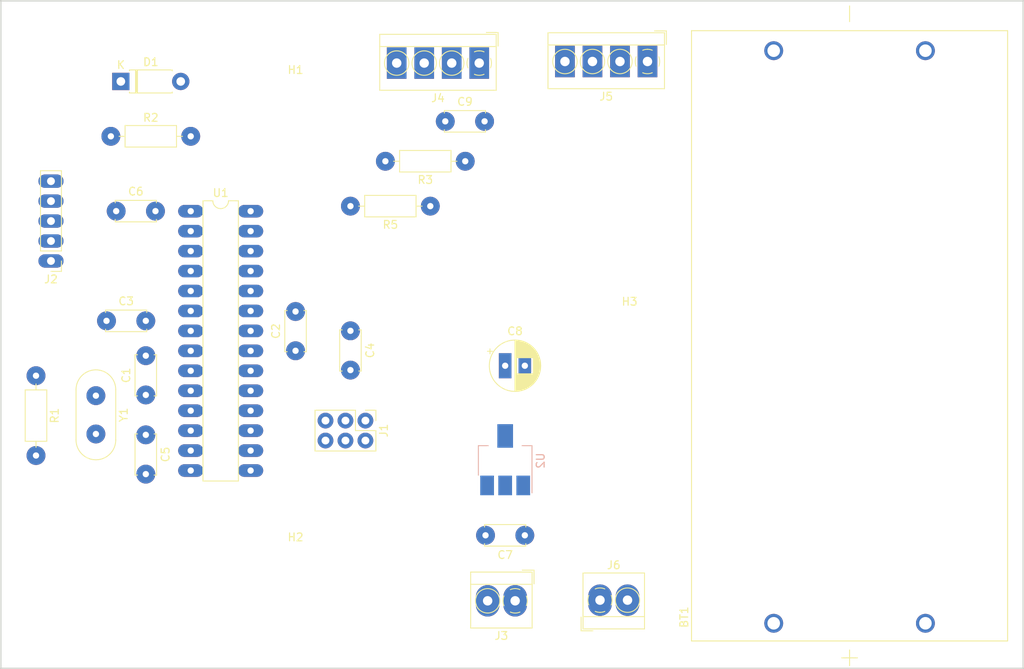
<source format=kicad_pcb>
(kicad_pcb (version 20211014) (generator pcbnew)
  (layers (0 "F.Cu" signal "cobre frontal") (31 "B.Cu" signal "Cobre traseira") (34 "B.Paste" user "Pasta traseira") (35 "F.Paste" user "Pasta frontal") (36 "B.SilkS" user "Serigrafia traseira") (37 "F.SilkS" user "Serigrafia frontal") (38 "B.Mask" user "Máscara traseira") (39 "F.Mask" user "Máscara frontal") (44 "Edge.Cuts" user "Cortes contorno"))
  (net 0 "")
  (net 14 "GND")
  (net 15 "Net-(C2-Pad1)")
  (net 16 "XTAL1")
  (net 17 "+3V3")
  (net 18 "XTAL2")
  (net 19 "Net-(C6-Pad1)")
  (net 20 "RST")
  (net 21 "MISO")
  (net 22 "SCK")
  (net 23 "MOSI")
  (net 24 "TX")
  (net 25 "RX")
  (net 26 "+BATT")
  (net 27 "SCL")
  (net 28 "SDA")
  (net 29 "Net-(C7-Pad2)")
  (footprint "TerminalBlock_4Ucon:TerminalBlock_4Ucon_1x02_P3.50mm_Horizontal" (layer "F.Cu") (at 153.67 125.73)
    (fp_text reference "J6" (at 1.75 -4.46) (layer "F.SilkS"))
    (fp_text value "Carregador")
    (fp_line (start -2.16 2.1) (end 5.66 2.1) (layer "F.SilkS") (width 0.12))
    (fp_line (start -2.16 -3.46) (end -2.16 3.66) (layer "F.SilkS") (width 0.12))
    (fp_line (start -2.16 -3.46) (end 5.66 -3.46) (layer "F.SilkS") (width 0.12))
    (fp_line (start 5.66 -3.46) (end 5.66 3.66) (layer "F.SilkS") (width 0.12))
    (fp_line (start -2.4 2.16) (end -2.4 3.9) (layer "F.SilkS") (width 0.12))
    (fp_line (start -2.16 3.66) (end 5.66 3.66) (layer "F.SilkS") (width 0.12))
    (fp_line (start -2.4 3.9) (end -0.9 3.9) (layer "F.SilkS") (width 0.12))
    (fp_arc (start -1.432109 0.607742) (mid -1.555727 -0.00014) (end -1.432 -0.608) (layer "F.SilkS") (width 0.12))
    (fp_arc (start 0.027011 1.555493) (mid -0.296984 1.527118) (end -0.608 1.432) (layer "F.SilkS") (width 0.12))
    (fp_arc (start -0.607742 -1.432109) (mid 0.00014 -1.555727) (end 0.608 -1.432) (layer "F.SilkS") (width 0.12))
    (fp_arc (start 0.607587 1.431385) (mid 0.310017 1.523783) (end 0 1.555) (layer "F.SilkS") (width 0.12))
    (fp_arc (start 1.432109 -0.607742) (mid 1.555727 0.00014) (end 1.432 0.608) (layer "F.SilkS") (width 0.12))
    (fp_circle (center 3.5 0) (end 5.055 0) (layer "F.SilkS") (width 0.12) (fill none))
    (pad "1" thru_hole oval (at 0 0) (size 3 4) (drill 1.2) (layers *.Cu *.Mask) (net 26 "+BATT"))
    (pad "2" thru_hole oval (at 3.5 0) (size 3 4) (drill 1.2) (layers *.Cu *.Mask) (net 14 "GND"))
  )
  (footprint "Capacitor_THT:CP_Radial_D6.3mm_P2.50mm" (layer "F.Cu") (at 141.605 95.885)
    (fp_text reference "C8" (at 1.25 -4.4) (layer "F.SilkS"))
    (fp_text value "10u")
    (fp_line (start -2.250241 -1.839) (end -1.620241 -1.839) (layer "F.SilkS") (width 0.12))
    (fp_line (start 1.89 -3.167) (end 1.89 -1.04) (layer "F.SilkS") (width 0.12))
    (fp_line (start 1.57 1.04) (end 1.57 3.215) (layer "F.SilkS") (width 0.12))
    (fp_line (start 3.811 -1.995) (end 3.811 1.995) (layer "F.SilkS") (width 0.12))
    (fp_line (start 1.37 -3.228) (end 1.37 3.228) (layer "F.SilkS") (width 0.12))
    (fp_line (start 2.371 1.04) (end 2.371 3.033) (layer "F.SilkS") (width 0.12))
    (fp_line (start 1.81 1.04) (end 1.81 3.182) (layer "F.SilkS") (width 0.12))
    (fp_line (start 1.45 -3.224) (end 1.45 3.224) (layer "F.SilkS") (width 0.12))
    (fp_line (start 4.131 -1.509) (end 4.131 1.509) (layer "F.SilkS") (width 0.12))
    (fp_line (start 1.69 -3.201) (end 1.69 -1.04) (layer "F.SilkS") (width 0.12))
    (fp_line (start 1.49 1.04) (end 1.49 3.222) (layer "F.SilkS") (width 0.12))
    (fp_line (start 2.371 -3.033) (end 2.371 -1.04) (layer "F.SilkS") (width 0.12))
    (fp_line (start 1.29 -3.23) (end 1.29 3.23) (layer "F.SilkS") (width 0.12))
    (fp_line (start 2.971 -2.742) (end 2.971 -1.04) (layer "F.SilkS") (width 0.12))
    (fp_line (start 2.771 1.04) (end 2.771 2.856) (layer "F.SilkS") (width 0.12))
    (fp_line (start 3.131 -2.636) (end 3.131 -1.04) (layer "F.SilkS") (width 0.12))
    (fp_line (start 1.41 -3.227) (end 1.41 3.227) (layer "F.SilkS") (width 0.12))
    (fp_line (start 3.171 -2.607) (end 3.171 -1.04) (layer "F.SilkS") (width 0.12))
    (fp_line (start 2.451 1.04) (end 2.451 3.002) (layer "F.SilkS") (width 0.12))
    (fp_line (start -1.935241 -2.154) (end -1.935241 -1.524) (layer "F.SilkS") (width 0.12))
    (fp_line (start 2.011 1.04) (end 2.011 3.141) (layer "F.SilkS") (width 0.12))
    (fp_line (start 4.331 -1.059) (end 4.331 1.059) (layer "F.SilkS") (width 0.12))
    (fp_line (start 3.291 1.04) (end 3.291 2.516) (layer "F.SilkS") (width 0.12))
    (fp_line (start 2.651 -2.916) (end 2.651 -1.04) (layer "F.SilkS") (width 0.12))
    (fp_line (start 3.731 -2.092) (end 3.731 2.092) (layer "F.SilkS") (width 0.12))
    (fp_line (start 1.73 1.04) (end 1.73 3.195) (layer "F.SilkS") (width 0.12))
    (fp_line (start 3.531 -2.305) (end 3.531 -1.04) (layer "F.SilkS") (width 0.12))
    (fp_line (start 2.251 1.04) (end 2.251 3.074) (layer "F.SilkS") (width 0.12))
    (fp_line (start 2.451 -3.002) (end 2.451 -1.04) (layer "F.SilkS") (width 0.12))
    (fp_line (start 1.49 -3.222) (end 1.49 -1.04) (layer "F.SilkS") (width 0.12))
    (fp_line (start 1.61 1.04) (end 1.61 3.211) (layer "F.SilkS") (width 0.12))
    (fp_line (start 3.131 1.04) (end 3.131 2.636) (layer "F.SilkS") (width 0.12))
    (fp_line (start 2.811 1.04) (end 2.811 2.834) (layer "F.SilkS") (width 0.12))
    (fp_line (start 3.411 -2.416) (end 3.411 -1.04) (layer "F.SilkS") (width 0.12))
    (fp_line (start 3.211 -2.578) (end 3.211 -1.04) (layer "F.SilkS") (width 0.12))
    (fp_line (start 1.971 1.04) (end 1.971 3.15) (layer "F.SilkS") (width 0.12))
    (fp_line (start 1.77 -3.189) (end 1.77 -1.04) (layer "F.SilkS") (width 0.12))
    (fp_line (start 3.451 -2.38) (end 3.451 -1.04) (layer "F.SilkS") (width 0.12))
    (fp_line (start 4.091 -1.581) (end 4.091 1.581) (layer "F.SilkS") (width 0.12))
    (fp_line (start 2.851 1.04) (end 2.851 2.812) (layer "F.SilkS") (width 0.12))
    (fp_line (start 2.091 1.04) (end 2.091 3.121) (layer "F.SilkS") (width 0.12))
    (fp_line (start 1.25 -3.23) (end 1.25 3.23) (layer "F.SilkS") (width 0.12))
    (fp_line (start 4.451 -0.633) (end 4.451 0.633) (layer "F.SilkS") (width 0.12))
    (fp_line (start 3.851 -1.944) (end 3.851 1.944) (layer "F.SilkS") (width 0.12))
    (fp_line (start 2.051 1.04) (end 2.051 3.131) (layer "F.SilkS") (width 0.12))
    (fp_line (start 2.891 -2.79) (end 2.891 -1.04) (layer "F.SilkS") (width 0.12))
    (fp_line (start 2.411 -3.018) (end 2.411 -1.04) (layer "F.SilkS") (width 0.12))
    (fp_line (start 3.371 -2.45) (end 3.371 -1.04) (layer "F.SilkS") (width 0.12))
    (fp_line (start 2.851 -2.812) (end 2.851 -1.04) (layer "F.SilkS") (width 0.12))
    (fp_line (start 2.291 -3.061) (end 2.291 -1.04) (layer "F.SilkS") (width 0.12))
    (fp_line (start 2.051 -3.131) (end 2.051 -1.04) (layer "F.SilkS") (width 0.12))
    (fp_line (start 2.011 -3.141) (end 2.011 -1.04) (layer "F.SilkS") (width 0.12))
    (fp_line (start 3.771 -2.044) (end 3.771 2.044) (layer "F.SilkS") (width 0.12))
    (fp_line (start 2.571 -2.952) (end 2.571 -1.04) (layer "F.SilkS") (width 0.12))
    (fp_line (start 2.491 1.04) (end 2.491 2.986) (layer "F.SilkS") (width 0.12))
    (fp_line (start 3.571 -2.265) (end 3.571 2.265) (layer "F.SilkS") (width 0.12))
    (fp_line (start 1.81 -3.182) (end 1.81 -1.04) (layer "F.SilkS") (width 0.12))
    (fp_line (start 1.53 1.04) (end 1.53 3.218) (layer "F.SilkS") (width 0.12))
    (fp_line (start 2.411 1.04) (end 2.411 3.018) (layer "F.SilkS") (width 0.12))
    (fp_line (start 2.291 1.04) (end 2.291 3.061) (layer "F.SilkS") (width 0.12))
    (fp_line (start 2.891 1.04) (end 2.891 2.79) (layer "F.SilkS") (width 0.12))
    (fp_line (start 1.61 -3.211) (end 1.61 -1.04) (layer "F.SilkS") (width 0.12))
    (fp_line (start 4.051 -1.65) (end 4.051 1.65) (layer "F.SilkS") (width 0.12))
    (fp_line (start 2.611 -2.934) (end 2.611 -1.04) (layer "F.SilkS") (width 0.12))
    (fp_line (start 3.891 -1.89) (end 3.891 1.89) (layer "F.SilkS") (width 0.12))
    (fp_line (start 2.531 1.04) (end 2.531 2.97) (layer "F.SilkS") (width 0.12))
    (fp_line (start 1.65 -3.206) (end 1.65 -1.04) (layer "F.SilkS") (width 0.12))
    (fp_line (start 4.211 -1.35) (end 4.211 1.35) (layer "F.SilkS") (width 0.12))
    (fp_line (start 3.011 1.04) (end 3.011 2.716) (layer "F.SilkS") (width 0.12))
    (fp_line (start 2.931 1.04) (end 2.931 2.766) (layer "F.SilkS") (width 0.12))
    (fp_line (start 2.731 1.04) (end 2.731 2.876) (layer "F.SilkS") (width 0.12))
    (fp_line (start 1.85 -3.175) (end 1.85 -1.04) (layer "F.SilkS") (width 0.12))
    (fp_line (start 3.931 -1.834) (end 3.931 1.834) (layer "F.SilkS") (width 0.12))
    (fp_line (start 3.491 1.04) (end 3.491 2.343) (layer "F.SilkS") (width 0.12))
    (fp_line (start 1.93 -3.159) (end 1.93 -1.04) (layer "F.SilkS") (width 0.12))
    (fp_line (start 3.091 1.04) (end 3.091 2.664) (layer "F.SilkS") (width 0.12))
    (fp_line (start 3.171 1.04) (end 3.171 2.607) (layer "F.SilkS") (width 0.12))
    (fp_line (start 1.53 -3.218) (end 1.53 -1.04) (layer "F.SilkS") (width 0.12))
    (fp_line (start 2.171 -3.098) (end 2.171 -1.04) (layer "F.SilkS") (width 0.12))
    (fp_line (start 2.971 1.04) (end 2.971 2.742) (layer "F.SilkS") (width 0.12))
    (fp_line (start 2.091 -3.121) (end 2.091 -1.04) (layer "F.SilkS") (width 0.12))
    (fp_line (start 3.211 1.04) (end 3.211 2.578) (layer "F.SilkS") (width 0.12))
    (fp_line (start 4.171 -1.432) (end 4.171 1.432) (layer "F.SilkS") (width 0.12))
    (fp_line (start 2.531 -2.97) (end 2.531 -1.04) (layer "F.SilkS") (width 0.12))
    (fp_line (start 2.171 1.04) (end 2.171 3.098) (layer "F.SilkS") (width 0.12))
    (fp_line (start 1.57 -3.215) (end 1.57 -1.04) (layer "F.SilkS") (width 0.12))
    (fp_line (start 2.691 1.04) (end 2.691 2.896) (layer "F.SilkS") (width 0.12))
    (fp_line (start 3.331 -2.484) (end 3.331 -1.04) (layer "F.SilkS") (width 0.12))
    (fp_line (start 3.971 -1.776) (end 3.971 1.776) (layer "F.SilkS") (width 0.12))
    (fp_line (start 4.251 -1.262) (end 4.251 1.262) (layer "F.SilkS") (width 0.12))
    (fp_line (start 2.611 1.04) (end 2.611 2.934) (layer "F.SilkS") (width 0.12))
    (fp_line (start 1.85 1.04) (end 1.85 3.175) (layer "F.SilkS") (width 0.12))
    (fp_line (start 1.33 -3.23) (end 1.33 3.23) (layer "F.SilkS") (width 0.12))
    (fp_line (start 3.251 -2.548) (end 3.251 -1.04) (layer "F.SilkS") (width 0.12))
    (fp_line (start 2.771 -2.856) (end 2.771 -1.04) (layer "F.SilkS") (width 0.12))
    (fp_line (start 4.011 -1.714) (end 4.011 1.714) (layer "F.SilkS") (width 0.12))
    (fp_line (start 2.131 -3.11) (end 2.131 -1.04) (layer "F.SilkS") (width 0.12))
    (fp_line (start 3.051 1.04) (end 3.051 2.69) (layer "F.SilkS") (width 0.12))
    (fp_line (start 2.811 -2.834) (end 2.811 -1.04) (layer "F.SilkS") (width 0.12))
    (fp_line (start 1.77 1.04) (end 1.77 3.189) (layer "F.SilkS") (width 0.12))
    (fp_line (start 3.331 1.04) (end 3.331 2.484) (layer "F.SilkS") (width 0.12))
    (fp_line (start 2.571 1.04) (end 2.571 2.952) (layer "F.SilkS") (width 0.12))
    (fp_line (start 2.211 1.04) (end 2.211 3.086) (layer "F.SilkS") (width 0.12))
    (fp_line (start 1.89 1.04) (end 1.89 3.167) (layer "F.SilkS") (width 0.12))
    (fp_line (start 2.491 -2.986) (end 2.491 -1.04) (layer "F.SilkS") (width 0.12))
    (fp_line (start 3.491 -2.343) (end 3.491 -1.04) (layer "F.SilkS") (width 0.12))
    (fp_line (start 1.69 1.04) (end 1.69 3.201) (layer "F.SilkS") (width 0.12))
    (fp_line (start 3.451 1.04) (end 3.451 2.38) (layer "F.SilkS") (width 0.12))
    (fp_line (start 1.65 1.04) (end 1.65 3.206) (layer "F.SilkS") (width 0.12))
    (fp_line (start 2.131 1.04) (end 2.131 3.11) (layer "F.SilkS") (width 0.12))
    (fp_line (start 1.73 -3.195) (end 1.73 -1.04) (layer "F.SilkS") (width 0.12))
    (fp_line (start 4.291 -1.165) (end 4.291 1.165) (layer "F.SilkS") (width 0.12))
    (fp_line (start 2.331 -3.047) (end 2.331 -1.04) (layer "F.SilkS") (width 0.12))
    (fp_line (start 2.691 -2.896) (end 2.691 -1.04) (layer "F.SilkS") (width 0.12))
    (fp_line (start 3.091 -2.664) (end 3.091 -1.04) (layer "F.SilkS") (width 0.12))
    (fp_line (start 4.411 -0.802) (end 4.411 0.802) (layer "F.SilkS") (width 0.12))
    (fp_line (start 3.611 -2.224) (end 3.611 2.224) (layer "F.SilkS") (width 0.12))
    (fp_line (start 3.371 1.04) (end 3.371 2.45) (layer "F.SilkS") (width 0.12))
    (fp_line (start 3.411 1.04) (end 3.411 2.416) (layer "F.SilkS") (width 0.12))
    (fp_line (start 1.971 -3.15) (end 1.971 -1.04) (layer "F.SilkS") (width 0.12))
    (fp_line (start 4.371 -0.94) (end 4.371 0.94) (layer "F.SilkS") (width 0.12))
    (fp_line (start 3.531 1.04) (end 3.531 2.305) (layer "F.SilkS") (width 0.12))
    (fp_line (start 2.731 -2.876) (end 2.731 -1.04) (layer "F.SilkS") (width 0.12))
    (fp_line (start 3.651 -2.182) (end 3.651 2.182) (layer "F.SilkS") (width 0.12))
    (fp_line (start 2.331 1.04) (end 2.331 3.047) (layer "F.SilkS") (width 0.12))
    (fp_line (start 3.251 1.04) (end 3.251 2.548) (layer "F.SilkS") (width 0.12))
    (fp_line (start 3.011 -2.716) (end 3.011 -1.04) (layer "F.SilkS") (width 0.12))
    (fp_line (start 2.651 1.04) (end 2.651 2.916) (layer "F.SilkS") (width 0.12))
    (fp_line (start 2.931 -2.766) (end 2.931 -1.04) (layer "F.SilkS") (width 0.12))
    (fp_line (start 1.93 1.04) (end 1.93 3.159) (layer "F.SilkS") (width 0.12))
    (fp_line (start 2.251 -3.074) (end 2.251 -1.04) (layer "F.SilkS") (width 0.12))
    (fp_line (start 3.291 -2.516) (end 3.291 -1.04) (layer "F.SilkS") (width 0.12))
    (fp_line (start 3.691 -2.137) (end 3.691 2.137) (layer "F.SilkS") (width 0.12))
    (fp_line (start 3.051 -2.69) (end 3.051 -1.04) (layer "F.SilkS") (width 0.12))
    (fp_line (start 4.491 -0.402) (end 4.491 0.402) (layer "F.SilkS") (width 0.12))
    (fp_line (start 2.211 -3.086) (end 2.211 -1.04) (layer "F.SilkS") (width 0.12))
    (fp_circle (center 1.25 0) (end 4.52 0) (layer "F.SilkS") (width 0.12) (fill none))
    (pad "1" thru_hole rect (at 0 0) (size 1.6 3.2) (drill 0.8) (layers *.Cu *.Mask) (net 17 "+3V3"))
    (pad "2" thru_hole oval (at 2.5 0) (size 1.6 3.2) (drill 0.8) (layers *.Cu *.Mask) (net 14 "GND"))
  )
  (footprint "MountingHole:MountingHole_3.2mm_M3" (layer "F.Cu") (at 114.935 121.92)
    (fp_text reference "H2" (at 0 -4.2) (layer "F.SilkS"))
    (fp_text value "MountingHole")
    (pad "" np_thru_hole circle (at 0 0) (size 3.2 3.2) (drill 3.2) (layers *.Cu *.Mask))
  )
  (footprint "Connector_PinHeader_2.54mm:PinHeader_1x05_P2.54mm_Vertical" (layer "F.Cu") (at 83.82 82.545 180)
    (fp_text reference "J2" (at 0 -2.33) (layer "F.SilkS"))
    (fp_text value "Conn_01x05_Male")
    (fp_line (start -1.33 1.27) (end -1.33 11.49) (layer "F.SilkS") (width 0.12))
    (fp_line (start -1.33 -1.33) (end 0 -1.33) (layer "F.SilkS") (width 0.12))
    (fp_line (start 1.33 1.27) (end 1.33 11.49) (layer "F.SilkS") (width 0.12))
    (fp_line (start -1.33 1.27) (end 1.33 1.27) (layer "F.SilkS") (width 0.12))
    (fp_line (start -1.33 11.49) (end 1.33 11.49) (layer "F.SilkS") (width 0.12))
    (fp_line (start -1.33 0) (end -1.33 -1.33) (layer "F.SilkS") (width 0.12))
    (pad "1" thru_hole oval (at 0 0 180) (size 3.2 1.7) (drill 1) (layers *.Cu *.Mask) (net 17 "+3V3"))
    (pad "2" thru_hole oval (at 0 2.54 180) (size 3.2 1.7) (drill 1) (layers *.Cu *.Mask) (net 14 "GND"))
    (pad "3" thru_hole oval (at 0 5.08 180) (size 3.2 1.7) (drill 1) (layers *.Cu *.Mask) (net 19 "Net-(C6-Pad1)"))
    (pad "4" thru_hole oval (at 0 7.62 180) (size 3.2 1.7) (drill 1) (layers *.Cu *.Mask) (net 24 "TX"))
    (pad "5" thru_hole oval (at 0 10.16 180) (size 3.2 1.7) (drill 1) (layers *.Cu *.Mask) (net 25 "RX"))
  )
  (footprint "Capacitor_THT:C_Disc_D5.0mm_W2.5mm_P5.00mm" (layer "F.Cu") (at 114.935 93.98 90)
    (fp_text reference "C2" (at 2.5 -2.5 90) (layer "F.SilkS"))
    (fp_text value "100n")
    (fp_line (start -0.12 -1.37) (end 5.12 -1.37) (layer "F.SilkS") (width 0.12))
    (fp_line (start 5.12 -1.37) (end 5.12 -1.055) (layer "F.SilkS") (width 0.12))
    (fp_line (start -0.12 -1.37) (end -0.12 -1.055) (layer "F.SilkS") (width 0.12))
    (fp_line (start -0.12 1.055) (end -0.12 1.37) (layer "F.SilkS") (width 0.12))
    (fp_line (start 5.12 1.055) (end 5.12 1.37) (layer "F.SilkS") (width 0.12))
    (fp_line (start -0.12 1.37) (end 5.12 1.37) (layer "F.SilkS") (width 0.12))
    (pad "1" thru_hole circle (at 0 0 90) (size 2.4 2.4) (drill 0.8) (layers *.Cu *.Mask) (net 15 "Net-(C2-Pad1)"))
    (pad "2" thru_hole circle (at 5 0 90) (size 2.4 2.4) (drill 0.8) (layers *.Cu *.Mask) (net 14 "GND"))
  )
  (footprint "Package_DIP:DIP-28_W7.62mm_LongPads" (layer "F.Cu") (at 101.6 76.21)
    (fp_text reference "U1" (at 3.81 -2.33) (layer "F.SilkS"))
    (fp_text value "ATmega328-P")
    (fp_line (start 6.06 -1.33) (end 4.81 -1.33) (layer "F.SilkS") (width 0.12))
    (fp_line (start 1.56 34.35) (end 6.06 34.35) (layer "F.SilkS") (width 0.12))
    (fp_line (start 6.06 34.35) (end 6.06 -1.33) (layer "F.SilkS") (width 0.12))
    (fp_line (start 1.56 -1.33) (end 1.56 34.35) (layer "F.SilkS") (width 0.12))
    (fp_line (start 2.81 -1.33) (end 1.56 -1.33) (layer "F.SilkS") (width 0.12))
    (fp_arc (start 4.81 -1.33) (mid 3.81 -0.33) (end 2.81 -1.33) (layer "F.SilkS") (width 0.12))
    (pad "1" thru_hole oval (at 0 0) (size 3.2 1.6) (drill 0.8) (layers *.Cu *.Mask) (net 20 "RST"))
    (pad "2" thru_hole oval (at 0 2.54) (size 3.2 1.6) (drill 0.8) (layers *.Cu *.Mask) (net 24 "TX"))
    (pad "3" thru_hole oval (at 0 5.08) (size 3.2 1.6) (drill 0.8) (layers *.Cu *.Mask) (net 25 "RX"))
    (pad "4" thru_hole oval (at 0 7.62) (size 3.2 1.6) (drill 0.8) (layers *.Cu *.Mask))
    (pad "5" thru_hole oval (at 0 10.16) (size 3.2 1.6) (drill 0.8) (layers *.Cu *.Mask))
    (pad "6" thru_hole oval (at 0 12.7) (size 3.2 1.6) (drill 0.8) (layers *.Cu *.Mask))
    (pad "7" thru_hole oval (at 0 15.24) (size 3.2 1.6) (drill 0.8) (layers *.Cu *.Mask) (net 17 "+3V3"))
    (pad "8" thru_hole oval (at 0 17.78) (size 3.2 1.6) (drill 0.8) (layers *.Cu *.Mask) (net 14 "GND"))
    (pad "9" thru_hole oval (at 0 20.32) (size 3.2 1.6) (drill 0.8) (layers *.Cu *.Mask) (net 16 "XTAL1"))
    (pad "10" thru_hole oval (at 0 22.86) (size 3.2 1.6) (drill 0.8) (layers *.Cu *.Mask) (net 18 "XTAL2"))
    (pad "11" thru_hole oval (at 0 25.4) (size 3.2 1.6) (drill 0.8) (layers *.Cu *.Mask))
    (pad "12" thru_hole oval (at 0 27.94) (size 3.2 1.6) (drill 0.8) (layers *.Cu *.Mask))
    (pad "13" thru_hole oval (at 0 30.48) (size 3.2 1.6) (drill 0.8) (layers *.Cu *.Mask))
    (pad "14" thru_hole oval (at 0 33.02) (size 3.2 1.6) (drill 0.8) (layers *.Cu *.Mask))
    (pad "15" thru_hole oval (at 7.62 33.02) (size 3.2 1.6) (drill 0.8) (layers *.Cu *.Mask))
    (pad "16" thru_hole oval (at 7.62 30.48) (size 3.2 1.6) (drill 0.8) (layers *.Cu *.Mask))
    (pad "17" thru_hole oval (at 7.62 27.94) (size 3.2 1.6) (drill 0.8) (layers *.Cu *.Mask) (net 23 "MOSI"))
    (pad "18" thru_hole oval (at 7.62 25.4) (size 3.2 1.6) (drill 0.8) (layers *.Cu *.Mask) (net 21 "MISO"))
    (pad "19" thru_hole oval (at 7.62 22.86) (size 3.2 1.6) (drill 0.8) (layers *.Cu *.Mask) (net 22 "SCK"))
    (pad "20" thru_hole oval (at 7.62 20.32) (size 3.2 1.6) (drill 0.8) (layers *.Cu *.Mask) (net 17 "+3V3"))
    (pad "21" thru_hole oval (at 7.62 17.78) (size 3.2 1.6) (drill 0.8) (layers *.Cu *.Mask) (net 15 "Net-(C2-Pad1)"))
    (pad "22" thru_hole oval (at 7.62 15.24) (size 3.2 1.6) (drill 0.8) (layers *.Cu *.Mask) (net 14 "GND"))
    (pad "23" thru_hole oval (at 7.62 12.7) (size 3.2 1.6) (drill 0.8) (layers *.Cu *.Mask))
    (pad "24" thru_hole oval (at 7.62 10.16) (size 3.2 1.6) (drill 0.8) (layers *.Cu *.Mask))
    (pad "25" thru_hole oval (at 7.62 7.62) (size 3.2 1.6) (drill 0.8) (layers *.Cu *.Mask))
    (pad "26" thru_hole oval (at 7.62 5.08) (size 3.2 1.6) (drill 0.8) (layers *.Cu *.Mask))
    (pad "27" thru_hole oval (at 7.62 2.54) (size 3.2 1.6) (drill 0.8) (layers *.Cu *.Mask) (net 28 "SDA"))
    (pad "28" thru_hole oval (at 7.62 0) (size 3.2 1.6) (drill 0.8) (layers *.Cu *.Mask) (net 27 "SCL"))
  )
  (footprint "Capacitor_THT:C_Disc_D5.0mm_W2.5mm_P5.00mm" (layer "F.Cu") (at 95.885 104.685 -90)
    (fp_text reference "C5" (at 2.5 -2.5 90) (layer "F.SilkS"))
    (fp_text value "15p")
    (fp_line (start -0.12 -1.37) (end -0.12 -1.055) (layer "F.SilkS") (width 0.12))
    (fp_line (start 5.12 1.055) (end 5.12 1.37) (layer "F.SilkS") (width 0.12))
    (fp_line (start -0.12 -1.37) (end 5.12 -1.37) (layer "F.SilkS") (width 0.12))
    (fp_line (start 5.12 -1.37) (end 5.12 -1.055) (layer "F.SilkS") (width 0.12))
    (fp_line (start -0.12 1.055) (end -0.12 1.37) (layer "F.SilkS") (width 0.12))
    (fp_line (start -0.12 1.37) (end 5.12 1.37) (layer "F.SilkS") (width 0.12))
    (pad "1" thru_hole circle (at 0 0 270) (size 2.4 2.4) (drill 0.8) (layers *.Cu *.Mask) (net 18 "XTAL2"))
    (pad "2" thru_hole circle (at 5 0 270) (size 2.4 2.4) (drill 0.8) (layers *.Cu *.Mask) (net 14 "GND"))
  )
  (footprint "Resistor_THT:R_Axial_DIN0207_L6.3mm_D2.5mm_P10.16mm_Horizontal" (layer "F.Cu") (at 81.915 97.155 -90)
    (fp_text reference "R1" (at 5.08 -2.37 90) (layer "F.SilkS"))
    (fp_text value "1M")
    (fp_line (start 1.81 -1.37) (end 1.81 1.37) (layer "F.SilkS") (width 0.12))
    (fp_line (start 1.81 1.37) (end 8.35 1.37) (layer "F.SilkS") (width 0.12))
    (fp_line (start 1.04 0) (end 1.81 0) (layer "F.SilkS") (width 0.12))
    (fp_line (start 8.35 -1.37) (end 1.81 -1.37) (layer "F.SilkS") (width 0.12))
    (fp_line (start 9.12 0) (end 8.35 0) (layer "F.SilkS") (width 0.12))
    (fp_line (start 8.35 1.37) (end 8.35 -1.37) (layer "F.SilkS") (width 0.12))
    (pad "1" thru_hole circle (at 0 0 270) (size 2.4 2.4) (drill 0.8) (layers *.Cu *.Mask) (net 16 "XTAL1"))
    (pad "2" thru_hole circle (at 10.16 0 270) (size 2.4 2.4) (drill 0.8) (layers *.Cu *.Mask) (net 18 "XTAL2"))
  )
  (footprint "MountingHole:MountingHole_3.2mm_M3" (layer "F.Cu") (at 157.435 91.92)
    (fp_text reference "H3" (at 0 -4.2) (layer "F.SilkS"))
    (fp_text value "MountingHole")
    (pad "" np_thru_hole circle (at 0 0) (size 3.2 3.2) (drill 3.2) (layers *.Cu *.Mask))
  )
  (footprint "TerminalBlock_4Ucon:TerminalBlock_4Ucon_1x04_P3.50mm_Horizontal" (layer "F.Cu") (at 138.305 57.35 180)
    (fp_text reference "J4" (at 5.25 -4.46) (layer "F.SilkS"))
    (fp_text value "Screw_Terminal_01x04")
    (fp_line (start -2.16 3.66) (end 12.66 3.66) (layer "F.SilkS") (width 0.12))
    (fp_line (start -2.16 2.1) (end 12.66 2.1) (layer "F.SilkS") (width 0.12))
    (fp_line (start -2.4 3.9) (end -0.9 3.9) (layer "F.SilkS") (width 0.12))
    (fp_line (start 12.66 -3.46) (end 12.66 3.66) (layer "F.SilkS") (width 0.12))
    (fp_line (start -2.16 -3.46) (end -2.16 3.66) (layer "F.SilkS") (width 0.12))
    (fp_line (start -2.16 -3.46) (end 12.66 -3.46) (layer "F.SilkS") (width 0.12))
    (fp_line (start -2.4 2.16) (end -2.4 3.9) (layer "F.SilkS") (width 0.12))
    (fp_arc (start -0.607742 -1.432109) (mid 0.00014 -1.555727) (end 0.608 -1.432) (layer "F.SilkS") (width 0.12))
    (fp_arc (start 1.432109 -0.607742) (mid 1.555727 0.00014) (end 1.432 0.608) (layer "F.SilkS") (width 0.12))
    (fp_arc (start 0.027011 1.555493) (mid -0.296984 1.527118) (end -0.608 1.432) (layer "F.SilkS") (width 0.12))
    (fp_arc (start -1.432109 0.607742) (mid -1.555727 -0.00014) (end -1.432 -0.608) (layer "F.SilkS") (width 0.12))
    (fp_arc (start 0.607587 1.431385) (mid 0.310017 1.523783) (end 0 1.555) (layer "F.SilkS") (width 0.12))
    (fp_circle (center 7 0) (end 8.555 0) (layer "F.SilkS") (width 0.12) (fill none))
    (fp_circle (center 3.5 0) (end 5.055 0) (layer "F.SilkS") (width 0.12) (fill none))
    (fp_circle (center 10.5 0) (end 12.055 0) (layer "F.SilkS") (width 0.12) (fill none))
    (pad "1" thru_hole rect (at 0 0 180) (size 2.5 4) (drill 1.2) (layers *.Cu *.Mask) (net 17 "+3V3"))
    (pad "2" thru_hole rect (at 3.5 0 180) (size 2.5 4) (drill 1.2) (layers *.Cu *.Mask) (net 14 "GND"))
    (pad "3" thru_hole rect (at 7 0 180) (size 2.5 4) (drill 1.2) (layers *.Cu *.Mask) (net 27 "SCL"))
    (pad "4" thru_hole rect (at 10.5 0 180) (size 2.5 4) (drill 1.2) (layers *.Cu *.Mask) (net 28 "SDA"))
  )
  (footprint "Capacitor_THT:C_Disc_D5.0mm_W2.5mm_P5.00mm" (layer "F.Cu") (at 95.885 99.605 90)
    (fp_text reference "C1" (at 2.5 -2.5 90) (layer "F.SilkS"))
    (fp_text value "15p")
    (fp_line (start -0.12 1.055) (end -0.12 1.37) (layer "F.SilkS") (width 0.12))
    (fp_line (start 5.12 -1.37) (end 5.12 -1.055) (layer "F.SilkS") (width 0.12))
    (fp_line (start 5.12 1.055) (end 5.12 1.37) (layer "F.SilkS") (width 0.12))
    (fp_line (start -0.12 1.37) (end 5.12 1.37) (layer "F.SilkS") (width 0.12))
    (fp_line (start -0.12 -1.37) (end 5.12 -1.37) (layer "F.SilkS") (width 0.12))
    (fp_line (start -0.12 -1.37) (end -0.12 -1.055) (layer "F.SilkS") (width 0.12))
    (pad "1" thru_hole circle (at 0 0 90) (size 2.4 2.4) (drill 0.8) (layers *.Cu *.Mask) (net 16 "XTAL1"))
    (pad "2" thru_hole circle (at 5 0 90) (size 2.4 2.4) (drill 0.8) (layers *.Cu *.Mask) (net 14 "GND"))
  )
  (footprint "Crystal:Crystal_HC49-4H_Vertical" (layer "F.Cu") (at 89.535 99.695 -90)
    (fp_text reference "Y1" (at 2.44 -3.525 90) (layer "F.SilkS"))
    (fp_text value "8MHz")
    (fp_line (start -0.76 2.525) (end 5.64 2.525) (layer "F.SilkS") (width 0.12))
    (fp_line (start -0.76 -2.525) (end 5.64 -2.525) (layer "F.SilkS") (width 0.12))
    (fp_arc (start 5.64 -2.525) (mid 8.165 0) (end 5.64 2.525) (layer "F.SilkS") (width 0.12))
    (fp_arc (start -0.76 2.525) (mid -3.285 0) (end -0.76 -2.525) (layer "F.SilkS") (width 0.12))
    (pad "1" thru_hole circle (at 0 0 270) (size 2.4 2.4) (drill 0.8) (layers *.Cu *.Mask) (net 16 "XTAL1"))
    (pad "2" thru_hole circle (at 4.88 0 270) (size 2.4 2.4) (drill 0.8) (layers *.Cu *.Mask) (net 18 "XTAL2"))
  )
  (footprint "TerminalBlock_4Ucon:TerminalBlock_4Ucon_1x02_P3.50mm_Horizontal" (layer "F.Cu") (at 142.875 125.815 180)
    (fp_text reference "J3" (at 1.75 -4.46) (layer "F.SilkS"))
    (fp_text value "Chave")
    (fp_line (start -2.16 -3.46) (end -2.16 3.66) (layer "F.SilkS") (width 0.12))
    (fp_line (start -2.16 2.1) (end 5.66 2.1) (layer "F.SilkS") (width 0.12))
    (fp_line (start -2.16 3.66) (end 5.66 3.66) (layer "F.SilkS") (width 0.12))
    (fp_line (start -2.4 2.16) (end -2.4 3.9) (layer "F.SilkS") (width 0.12))
    (fp_line (start 5.66 -3.46) (end 5.66 3.66) (layer "F.SilkS") (width 0.12))
    (fp_line (start -2.4 3.9) (end -0.9 3.9) (layer "F.SilkS") (width 0.12))
    (fp_line (start -2.16 -3.46) (end 5.66 -3.46) (layer "F.SilkS") (width 0.12))
    (fp_arc (start 0.607587 1.431385) (mid 0.310017 1.523783) (end 0 1.555) (layer "F.SilkS") (width 0.12))
    (fp_arc (start -1.432109 0.607742) (mid -1.555727 -0.00014) (end -1.432 -0.608) (layer "F.SilkS") (width 0.12))
    (fp_arc (start 1.432109 -0.607742) (mid 1.555727 0.00014) (end 1.432 0.608) (layer "F.SilkS") (width 0.12))
    (fp_arc (start 0.027011 1.555493) (mid -0.296984 1.527118) (end -0.608 1.432) (layer "F.SilkS") (width 0.12))
    (fp_arc (start -0.607742 -1.432109) (mid 0.00014 -1.555727) (end 0.608 -1.432) (layer "F.SilkS") (width 0.12))
    (fp_circle (center 3.5 0) (end 5.055 0) (layer "F.SilkS") (width 0.12) (fill none))
    (pad "1" thru_hole oval (at 0 0 180) (size 3 4) (drill 1.2) (layers *.Cu *.Mask) (net 29 "Net-(C7-Pad2)"))
    (pad "2" thru_hole oval (at 3.5 0 180) (size 3 4) (drill 1.2) (layers *.Cu *.Mask) (net 26 "+BATT"))
  )
  (footprint "Diode_THT:D_DO-41_SOD81_P7.62mm_Horizontal" (layer "F.Cu") (at 92.71 59.69)
    (fp_text reference "D1" (at 3.81 -2.47) (layer "F.SilkS"))
    (fp_text value "D")
    (fp_text user "K" (at 0 -2.1) (layer "F.SilkS"))
    (fp_line (start 6.53 1.47) (end 6.53 1.34) (layer "F.SilkS") (width 0.12))
    (fp_line (start 1.09 1.47) (end 6.53 1.47) (layer "F.SilkS") (width 0.12))
    (fp_line (start 1.09 1.34) (end 1.09 1.47) (layer "F.SilkS") (width 0.12))
    (fp_line (start 1.99 -1.47) (end 1.99 1.47) (layer "F.SilkS") (width 0.12))
    (fp_line (start 6.53 -1.47) (end 6.53 -1.34) (layer "F.SilkS") (width 0.12))
    (fp_line (start 1.09 -1.47) (end 6.53 -1.47) (layer "F.SilkS") (width 0.12))
    (fp_line (start 1.87 -1.47) (end 1.87 1.47) (layer "F.SilkS") (width 0.12))
    (fp_line (start 2.11 -1.47) (end 2.11 1.47) (layer "F.SilkS") (width 0.12))
    (fp_line (start 1.09 -1.34) (end 1.09 -1.47) (layer "F.SilkS") (width 0.12))
    (pad "1" thru_hole rect (at 0 0) (size 2.2 2.2) (drill 1.1) (layers *.Cu *.Mask) (net 17 "+3V3"))
    (pad "2" thru_hole oval (at 7.62 0) (size 2.2 2.2) (drill 1.1) (layers *.Cu *.Mask) (net 20 "RST"))
  )
  (footprint "Capacitor_THT:C_Disc_D5.0mm_W2.5mm_P5.00mm" (layer "F.Cu") (at 121.92 91.44 -90)
    (fp_text reference "C4" (at 2.5 -2.5 90) (layer "F.SilkS"))
    (fp_text value "100n")
    (fp_line (start 5.12 -1.37) (end 5.12 -1.055) (layer "F.SilkS") (width 0.12))
    (fp_line (start -0.12 -1.37) (end 5.12 -1.37) (layer "F.SilkS") (width 0.12))
    (fp_line (start 5.12 1.055) (end 5.12 1.37) (layer "F.SilkS") (width 0.12))
    (fp_line (start -0.12 1.055) (end -0.12 1.37) (layer "F.SilkS") (width 0.12))
    (fp_line (start -0.12 -1.37) (end -0.12 -1.055) (layer "F.SilkS") (width 0.12))
    (fp_line (start -0.12 1.37) (end 5.12 1.37) (layer "F.SilkS") (width 0.12))
    (pad "1" thru_hole circle (at 0 0 270) (size 2.4 2.4) (drill 0.8) (layers *.Cu *.Mask) (net 14 "GND"))
    (pad "2" thru_hole circle (at 5 0 270) (size 2.4 2.4) (drill 0.8) (layers *.Cu *.Mask) (net 17 "+3V3"))
  )
  (footprint "MountingHole:MountingHole_3.2mm_M3" (layer "F.Cu") (at 114.935 62.42)
    (fp_text reference "H1" (at 0 -4.2) (layer "F.SilkS"))
    (fp_text value "MountingHole")
    (pad "" np_thru_hole circle (at 0 0) (size 3.2 3.2) (drill 3.2) (layers *.Cu *.Mask))
  )
  (footprint "Connector_PinHeader_2.54mm:PinHeader_2x03_P2.54mm_Vertical" (layer "F.Cu") (at 123.825 102.87 -90)
    (fp_text reference "J1" (at 1.27 -2.33 90) (layer "F.SilkS"))
    (fp_text value "Conn_02x03_Odd_Even")
    (fp_line (start -1.33 0) (end -1.33 -1.33) (layer "F.SilkS") (width 0.12))
    (fp_line (start 3.87 -1.33) (end 3.87 6.41) (layer "F.SilkS") (width 0.12))
    (fp_line (start -1.33 1.27) (end 1.27 1.27) (layer "F.SilkS") (width 0.12))
    (fp_line (start 1.27 1.27) (end 1.27 -1.33) (layer "F.SilkS") (width 0.12))
    (fp_line (start -1.33 1.27) (end -1.33 6.41) (layer "F.SilkS") (width 0.12))
    (fp_line (start -1.33 -1.33) (end 0 -1.33) (layer "F.SilkS") (width 0.12))
    (fp_line (start -1.33 6.41) (end 3.87 6.41) (layer "F.SilkS") (width 0.12))
    (fp_line (start 1.27 -1.33) (end 3.87 -1.33) (layer "F.SilkS") (width 0.12))
    (pad "1" thru_hole oval (at 0 0 270) (size 2 2) (drill 1) (layers *.Cu *.Mask) (net 21 "MISO"))
    (pad "2" thru_hole oval (at 2.54 0 270) (size 2 2) (drill 1) (layers *.Cu *.Mask) (net 17 "+3V3"))
    (pad "3" thru_hole oval (at 0 2.54 270) (size 2 2) (drill 1) (layers *.Cu *.Mask) (net 22 "SCK"))
    (pad "4" thru_hole oval (at 2.54 2.54 270) (size 2 2) (drill 1) (layers *.Cu *.Mask) (net 23 "MOSI"))
    (pad "5" thru_hole oval (at 0 5.08 270) (size 2 2) (drill 1) (layers *.Cu *.Mask) (net 20 "RST"))
    (pad "6" thru_hole oval (at 2.54 5.08 270) (size 2 2) (drill 1) (layers *.Cu *.Mask) (net 14 "GND"))
  )
  (footprint "Resistor_THT:R_Axial_DIN0207_L6.3mm_D2.5mm_P10.16mm_Horizontal" (layer "F.Cu") (at 132.08 75.565 180)
    (fp_text reference "R5" (at 5.08 -2.37) (layer "F.SilkS"))
    (fp_text value "2k2")
    (fp_line (start 9.12 0) (end 8.35 0) (layer "F.SilkS") (width 0.12))
    (fp_line (start 8.35 -1.37) (end 1.81 -1.37) (layer "F.SilkS") (width 0.12))
    (fp_line (start 1.81 -1.37) (end 1.81 1.37) (layer "F.SilkS") (width 0.12))
    (fp_line (start 8.35 1.37) (end 8.35 -1.37) (layer "F.SilkS") (width 0.12))
    (fp_line (start 1.81 1.37) (end 8.35 1.37) (layer "F.SilkS") (width 0.12))
    (fp_line (start 1.04 0) (end 1.81 0) (layer "F.SilkS") (width 0.12))
    (pad "1" thru_hole circle (at 0 0 180) (size 2.4 2.4) (drill 0.8) (layers *.Cu *.Mask) (net 17 "+3V3"))
    (pad "2" thru_hole circle (at 10.16 0 180) (size 2.4 2.4) (drill 0.8) (layers *.Cu *.Mask) (net 28 "SDA"))
  )
  (footprint "TerminalBlock_4Ucon:TerminalBlock_4Ucon_1x04_P3.50mm_Horizontal" (layer "F.Cu") (at 159.71 57.15 180)
    (fp_text reference "J5" (at 5.25 -4.46) (layer "F.SilkS"))
    (fp_text value "Screw_Terminal_01x04")
    (fp_line (start -2.4 3.9) (end -0.9 3.9) (layer "F.SilkS") (width 0.12))
    (fp_line (start -2.16 -3.46) (end 12.66 -3.46) (layer "F.SilkS") (width 0.12))
    (fp_line (start -2.16 3.66) (end 12.66 3.66) (layer "F.SilkS") (width 0.12))
    (fp_line (start 12.66 -3.46) (end 12.66 3.66) (layer "F.SilkS") (width 0.12))
    (fp_line (start -2.16 -3.46) (end -2.16 3.66) (layer "F.SilkS") (width 0.12))
    (fp_line (start -2.16 2.1) (end 12.66 2.1) (layer "F.SilkS") (width 0.12))
    (fp_line (start -2.4 2.16) (end -2.4 3.9) (layer "F.SilkS") (width 0.12))
    (fp_arc (start 0.607587 1.431385) (mid 0.310017 1.523783) (end 0 1.555) (layer "F.SilkS") (width 0.12))
    (fp_arc (start -1.432109 0.607742) (mid -1.555727 -0.00014) (end -1.432 -0.608) (layer "F.SilkS") (width 0.12))
    (fp_arc (start -0.607742 -1.432109) (mid 0.00014 -1.555727) (end 0.608 -1.432) (layer "F.SilkS") (width 0.12))
    (fp_arc (start 0.027011 1.555493) (mid -0.296984 1.527118) (end -0.608 1.432) (layer "F.SilkS") (width 0.12))
    (fp_arc (start 1.432109 -0.607742) (mid 1.555727 0.00014) (end 1.432 0.608) (layer "F.SilkS") (width 0.12))
    (fp_circle (center 10.5 0) (end 12.055 0) (layer "F.SilkS") (width 0.12) (fill none))
    (fp_circle (center 7 0) (end 8.555 0) (layer "F.SilkS") (width 0.12) (fill none))
    (fp_circle (center 3.5 0) (end 5.055 0) (layer "F.SilkS") (width 0.12) (fill none))
    (pad "1" thru_hole rect (at 0 0 180) (size 2.5 4) (drill 1.2) (layers *.Cu *.Mask) (net 17 "+3V3"))
    (pad "2" thru_hole rect (at 3.5 0 180) (size 2.5 4) (drill 1.2) (layers *.Cu *.Mask) (net 14 "GND"))
    (pad "3" thru_hole rect (at 7 0 180) (size 2.5 4) (drill 1.2) (layers *.Cu *.Mask) (net 27 "SCL"))
    (pad "4" thru_hole rect (at 10.5 0 180) (size 2.5 4) (drill 1.2) (layers *.Cu *.Mask) (net 28 "SDA"))
  )
  (footprint "Capacitor_THT:C_Disc_D5.0mm_W2.5mm_P5.00mm" (layer "F.Cu") (at 133.985 64.77)
    (fp_text reference "C9" (at 2.5 -2.5) (layer "F.SilkS"))
    (fp_text value "220n")
    (fp_line (start 5.12 1.055) (end 5.12 1.37) (layer "F.SilkS") (width 0.12))
    (fp_line (start -0.12 1.055) (end -0.12 1.37) (layer "F.SilkS") (width 0.12))
    (fp_line (start -0.12 -1.37) (end 5.12 -1.37) (layer "F.SilkS") (width 0.12))
    (fp_line (start -0.12 1.37) (end 5.12 1.37) (layer "F.SilkS") (width 0.12))
    (fp_line (start 5.12 -1.37) (end 5.12 -1.055) (layer "F.SilkS") (width 0.12))
    (fp_line (start -0.12 -1.37) (end -0.12 -1.055) (layer "F.SilkS") (width 0.12))
    (pad "1" thru_hole circle (at 0 0) (size 2.4 2.4) (drill 0.8) (layers *.Cu *.Mask) (net 14 "GND"))
    (pad "2" thru_hole circle (at 5 0) (size 2.4 2.4) (drill 0.8) (layers *.Cu *.Mask) (net 17 "+3V3"))
  )
  (footprint "Capacitor_THT:C_Disc_D5.0mm_W2.5mm_P5.00mm" (layer "F.Cu") (at 90.885 90.17)
    (fp_text reference "C3" (at 2.5 -2.5) (layer "F.SilkS"))
    (fp_text value "100n")
    (fp_line (start -0.12 -1.37) (end 5.12 -1.37) (layer "F.SilkS") (width 0.12))
    (fp_line (start -0.12 1.055) (end -0.12 1.37) (layer "F.SilkS") (width 0.12))
    (fp_line (start 5.12 1.055) (end 5.12 1.37) (layer "F.SilkS") (width 0.12))
    (fp_line (start -0.12 -1.37) (end -0.12 -1.055) (layer "F.SilkS") (width 0.12))
    (fp_line (start 5.12 -1.37) (end 5.12 -1.055) (layer "F.SilkS") (width 0.12))
    (fp_line (start -0.12 1.37) (end 5.12 1.37) (layer "F.SilkS") (width 0.12))
    (pad "1" thru_hole circle (at 0 0) (size 2.4 2.4) (drill 0.8) (layers *.Cu *.Mask) (net 14 "GND"))
    (pad "2" thru_hole circle (at 5 0) (size 2.4 2.4) (drill 0.8) (layers *.Cu *.Mask) (net 17 "+3V3"))
  )
  (footprint "Capacitor_THT:C_Disc_D5.0mm_W2.5mm_P5.00mm" (layer "F.Cu") (at 144.105 117.475 180)
    (fp_text reference "C7" (at 2.5 -2.5) (layer "F.SilkS"))
    (fp_text value "100n")
    (fp_line (start -0.12 1.37) (end 5.12 1.37) (layer "F.SilkS") (width 0.12))
    (fp_line (start 5.12 1.055) (end 5.12 1.37) (layer "F.SilkS") (width 0.12))
    (fp_line (start -0.12 -1.37) (end -0.12 -1.055) (layer "F.SilkS") (width 0.12))
    (fp_line (start -0.12 1.055) (end -0.12 1.37) (layer "F.SilkS") (width 0.12))
    (fp_line (start -0.12 -1.37) (end 5.12 -1.37) (layer "F.SilkS") (width 0.12))
    (fp_line (start 5.12 -1.37) (end 5.12 -1.055) (layer "F.SilkS") (width 0.12))
    (pad "1" thru_hole circle (at 0 0 180) (size 2.4 2.4) (drill 0.8) (layers *.Cu *.Mask) (net 14 "GND"))
    (pad "2" thru_hole circle (at 5 0 180) (size 2.4 2.4) (drill 0.8) (layers *.Cu *.Mask) (net 29 "Net-(C7-Pad2)"))
  )
  (footprint "Resistor_THT:R_Axial_DIN0207_L6.3mm_D2.5mm_P10.16mm_Horizontal" (layer "F.Cu") (at 91.44 66.675)
    (fp_text reference "R2" (at 5.08 -2.37) (layer "F.SilkS"))
    (fp_text value "10k")
    (fp_line (start 8.35 1.37) (end 8.35 -1.37) (layer "F.SilkS") (width 0.12))
    (fp_line (start 1.04 0) (end 1.81 0) (layer "F.SilkS") (width 0.12))
    (fp_line (start 1.81 1.37) (end 8.35 1.37) (layer "F.SilkS") (width 0.12))
    (fp_line (start 9.12 0) (end 8.35 0) (layer "F.SilkS") (width 0.12))
    (fp_line (start 1.81 -1.37) (end 1.81 1.37) (layer "F.SilkS") (width 0.12))
    (fp_line (start 8.35 -1.37) (end 1.81 -1.37) (layer "F.SilkS") (width 0.12))
    (pad "1" thru_hole circle (at 0 0) (size 2.4 2.4) (drill 0.8) (layers *.Cu *.Mask) (net 17 "+3V3"))
    (pad "2" thru_hole circle (at 10.16 0) (size 2.4 2.4) (drill 0.8) (layers *.Cu *.Mask) (net 20 "RST"))
  )
  (footprint "Capacitor_THT:C_Disc_D5.0mm_W2.5mm_P5.00mm" (layer "F.Cu") (at 92.115 76.2)
    (fp_text reference "C6" (at 2.5 -2.5) (layer "F.SilkS"))
    (fp_text value "100n")
    (fp_line (start -0.12 1.37) (end 5.12 1.37) (layer "F.SilkS") (width 0.12))
    (fp_line (start -0.12 -1.37) (end -0.12 -1.055) (layer "F.SilkS") (width 0.12))
    (fp_line (start 5.12 -1.37) (end 5.12 -1.055) (layer "F.SilkS") (width 0.12))
    (fp_line (start -0.12 -1.37) (end 5.12 -1.37) (layer "F.SilkS") (width 0.12))
    (fp_line (start -0.12 1.055) (end -0.12 1.37) (layer "F.SilkS") (width 0.12))
    (fp_line (start 5.12 1.055) (end 5.12 1.37) (layer "F.SilkS") (width 0.12))
    (pad "1" thru_hole circle (at 0 0) (size 2.4 2.4) (drill 0.8) (layers *.Cu *.Mask) (net 19 "Net-(C6-Pad1)"))
    (pad "2" thru_hole circle (at 5 0) (size 2.4 2.4) (drill 0.8) (layers *.Cu *.Mask) (net 20 "RST"))
  )
  (footprint "BK-18650-PC4:BAT_BK-18650-PC4" (layer "F.Cu") (at 185.42 92.075 90)
    (fp_text reference "BT1" (at -35.825 -21.045 90) (layer "F.SilkS"))
    (fp_text value "BK-18650-PC4")
    (fp_line (start -42 0) (end -40 0) (layer "F.SilkS") (width 0.127))
    (fp_line (start -38.85 -20.105) (end 38.85 -20.105) (layer "F.SilkS") (width 0.127))
    (fp_line (start -38.85 20.105) (end -38.85 -20.105) (layer "F.SilkS") (width 0.127))
    (fp_line (start 38.85 20.105) (end -38.85 20.105) (layer "F.SilkS") (width 0.127))
    (fp_line (start -41 -1) (end -41 1) (layer "F.SilkS") (width 0.127))
    (fp_line (start 38.85 -20.105) (end 38.85 20.105) (layer "F.SilkS") (width 0.127))
    (fp_line (start 40 0) (end 42 0) (layer "F.SilkS") (width 0.127))
    (pad "" np_thru_hole circle locked (at 27.81 9.65 90) (size 3.2 3.2) (drill 3.2) (layers *.Cu *.Mask))
    (pad "" np_thru_hole circle locked (at -27.81 9.65 90) (size 3.2 3.2) (drill 3.2) (layers *.Cu *.Mask))
    (pad "" np_thru_hole circle locked (at 27.81 -9.65 90) (size 3.2 3.2) (drill 3.2) (layers *.Cu *.Mask))
    (pad "" np_thru_hole circle locked (at -27.81 -9.65 90) (size 3.2 3.2) (drill 3.2) (layers *.Cu *.Mask))
    (pad "1+" thru_hole circle locked (at -36.6 -9.65 90) (size 2.4 2.4) (drill 1.6) (layers *.Cu *.Mask) (net 26 "+BATT"))
    (pad "1-" thru_hole circle locked (at 36.3 -9.65 90) (size 2.4 2.4) (drill 1.6) (layers *.Cu *.Mask) (net 14 "GND"))
    (pad "2+" thru_hole circle locked (at -36.6 9.65 90) (size 2.4 2.4) (drill 1.6) (layers *.Cu *.Mask) (net 26 "+BATT"))
    (pad "2-" thru_hole circle locked (at 36.3 9.65 90) (size 2.4 2.4) (drill 1.6) (layers *.Cu *.Mask) (net 14 "GND"))
  )
  (footprint "Resistor_THT:R_Axial_DIN0207_L6.3mm_D2.5mm_P10.16mm_Horizontal" (layer "F.Cu") (at 136.525 69.85 180)
    (fp_text reference "R3" (at 5.08 -2.37) (layer "F.SilkS"))
    (fp_text value "2k2")
    (fp_line (start 1.04 0) (end 1.81 0) (layer "F.SilkS") (width 0.12))
    (fp_line (start 8.35 1.37) (end 8.35 -1.37) (layer "F.SilkS") (width 0.12))
    (fp_line (start 8.35 -1.37) (end 1.81 -1.37) (layer "F.SilkS") (width 0.12))
    (fp_line (start 1.81 -1.37) (end 1.81 1.37) (layer "F.SilkS") (width 0.12))
    (fp_line (start 1.81 1.37) (end 8.35 1.37) (layer "F.SilkS") (width 0.12))
    (fp_line (start 9.12 0) (end 8.35 0) (layer "F.SilkS") (width 0.12))
    (pad "1" thru_hole circle (at 0 0 180) (size 2.4 2.4) (drill 0.8) (layers *.Cu *.Mask) (net 17 "+3V3"))
    (pad "2" thru_hole circle (at 10.16 0 180) (size 2.4 2.4) (drill 0.8) (layers *.Cu *.Mask) (net 27 "SCL"))
  )
  (footprint "Package_TO_SOT_SMD:SOT-223-3_TabPin2" (layer "B.Cu") (at 141.605 107.975 90)
    (fp_text reference "U2" (at 0 4.5 90) (layer "B.SilkS") (effects (justify mirror)))
    (fp_text value "AMS1117-3.3")
    (fp_line (start 1.91 -3.41) (end 1.91 -2.15) (layer "B.SilkS") (width 0.12))
    (fp_line (start -1.85 -3.41) (end 1.91 -3.41) (layer "B.SilkS") (width 0.12))
    (fp_line (start -4.1 3.41) (end 1.91 3.41) (layer "B.SilkS") (width 0.12))
    (fp_line (start 1.91 3.41) (end 1.91 2.15) (layer "B.SilkS") (width 0.12))
    (pad "1" smd rect (at -3.15 2.3 90) (size 2.5 1.75) (layers "B.Cu" "B.Paste" "B.Mask") (net 14 "GND"))
    (pad "2" smd rect (at -3.15 0 90) (size 2.5 1.75) (layers "B.Cu" "B.Paste" "B.Mask") (net 17 "+3V3"))
    (pad "2" smd rect (at 3.15 0 90) (size 3 2) (layers "B.Cu" "B.Paste" "B.Mask") (net 17 "+3V3"))
    (pad "3" smd rect (at -3.15 -2.3 90) (size 2.5 1.75) (layers "B.Cu" "B.Paste" "B.Mask") (net 29 "Net-(C7-Pad2)"))
  )
  (gr_rect (start 77.435 49.42) (end 207.515 134.42) (layer "Edge.Cuts") (width 0.2) (fill none))
)
</source>
